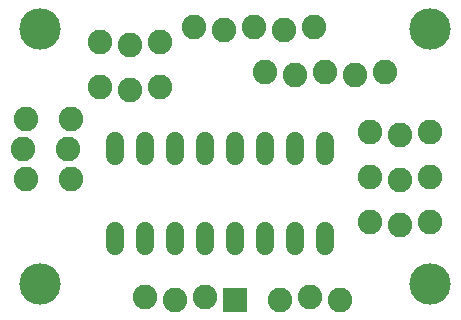
<source format=gbs>
G75*
%MOIN*%
%OFA0B0*%
%FSLAX25Y25*%
%IPPOS*%
%LPD*%
%AMOC8*
5,1,8,0,0,1.08239X$1,22.5*
%
%ADD10C,0.08200*%
%ADD11R,0.08200X0.08200*%
%ADD12C,0.13800*%
%ADD13C,0.06000*%
D10*
X0493833Y0051000D03*
X0508833Y0051000D03*
X0507833Y0061000D03*
X0492833Y0061000D03*
X0493833Y0071000D03*
X0508833Y0071000D03*
X0528333Y0080500D03*
X0538333Y0081500D03*
X0518333Y0081500D03*
X0573333Y0086500D03*
X0583333Y0085500D03*
X0593333Y0086500D03*
X0603333Y0085500D03*
X0613333Y0086500D03*
X0579833Y0100500D03*
X0589833Y0101500D03*
X0569833Y0101500D03*
X0559833Y0100500D03*
X0549833Y0101500D03*
X0538333Y0096500D03*
X0528333Y0095500D03*
X0518333Y0096500D03*
X0608333Y0066500D03*
X0618333Y0065500D03*
X0628333Y0066500D03*
X0628333Y0051500D03*
X0618333Y0050500D03*
X0608333Y0051500D03*
X0608333Y0036500D03*
X0618333Y0035500D03*
X0628333Y0036500D03*
X0588333Y0011500D03*
X0578333Y0010500D03*
X0553333Y0011500D03*
X0543333Y0010500D03*
X0533333Y0011500D03*
X0598333Y0010500D03*
D11*
X0563333Y0010500D03*
D12*
X0498333Y0016000D03*
X0628333Y0016000D03*
X0628333Y0101000D03*
X0498333Y0101000D03*
D13*
X0523333Y0063600D02*
X0523333Y0058400D01*
X0533333Y0058400D02*
X0533333Y0063600D01*
X0543333Y0063600D02*
X0543333Y0058400D01*
X0553333Y0058400D02*
X0553333Y0063600D01*
X0563333Y0063600D02*
X0563333Y0058400D01*
X0573333Y0058400D02*
X0573333Y0063600D01*
X0583333Y0063600D02*
X0583333Y0058400D01*
X0593333Y0058400D02*
X0593333Y0063600D01*
X0593333Y0033600D02*
X0593333Y0028400D01*
X0583333Y0028400D02*
X0583333Y0033600D01*
X0573333Y0033600D02*
X0573333Y0028400D01*
X0563333Y0028400D02*
X0563333Y0033600D01*
X0553333Y0033600D02*
X0553333Y0028400D01*
X0543333Y0028400D02*
X0543333Y0033600D01*
X0533333Y0033600D02*
X0533333Y0028400D01*
X0523333Y0028400D02*
X0523333Y0033600D01*
M02*

</source>
